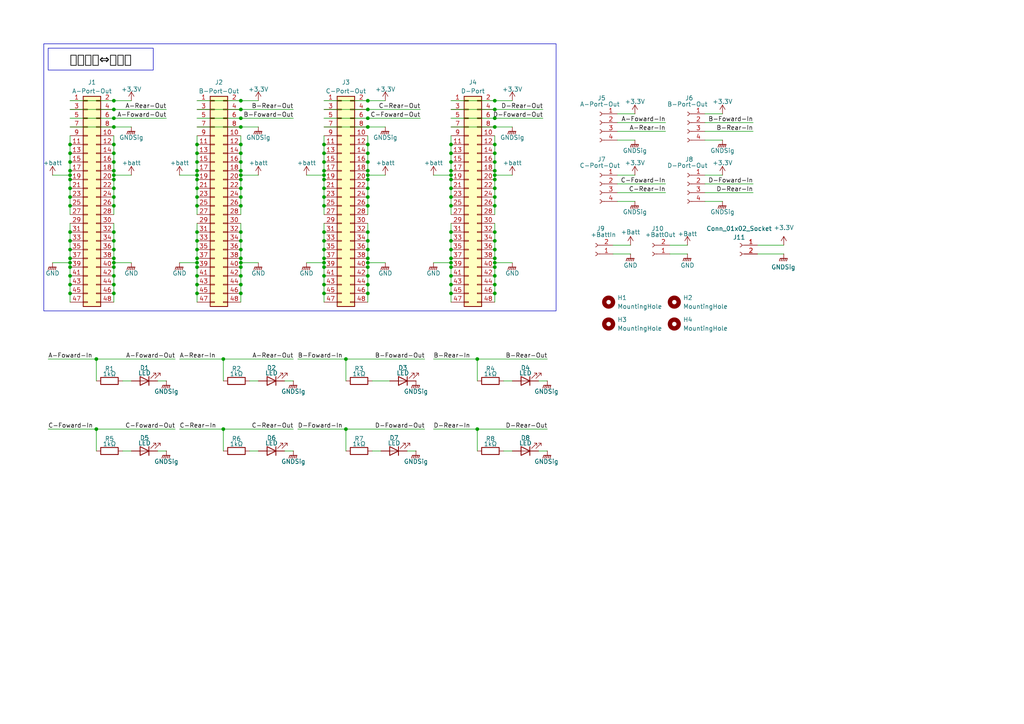
<source format=kicad_sch>
(kicad_sch (version 20231120) (generator "eeschema") (generator_version "8.0")
  (paper "A4")
  (lib_symbols
    (symbol "Connector:Conn_01x02_Socket" (pin_names (offset 1.016) hide)
      (property "Reference" "J" (at 0 2.54 0))
      (property "Value" "Conn_01x02_Socket" (at 0 -5.08 0))
      (symbol "Conn_01x02_Socket_1_1"
        (pin passive line (at -5.08 0 0) (length 3.81) (name "Pin_1") (number "1"))
        (pin passive line (at -5.08 -2.54 0) (length 3.81) (name "Pin_2") (number "2"))
      )
    )
    (symbol "Connector:Conn_01x04_Socket" (pin_names (offset 1.016) hide)
      (property "Reference" "J" (at 0 5.08 0))
      (property "Value" "Conn_01x04_Socket" (at 0 -7.62 0))
      (symbol "Conn_01x04_Socket_1_1"
        (pin passive line (at -5.08 2.54 0) (length 3.81) (name "Pin_1") (number "1"))
        (pin passive line (at -5.08 0 0) (length 3.81) (name "Pin_2") (number "2"))
        (pin passive line (at -5.08 -2.54 0) (length 3.81) (name "Pin_3") (number "3"))
        (pin passive line (at -5.08 -5.08 0) (length 3.81) (name "Pin_4") (number "4"))
      )
    )
    (symbol "Connector_Generic:Conn_02x24_Odd_Even" (pin_names (offset 1.016) hide)
      (property "Reference" "J" (at 1.27 30.48 0))
      (property "Value" "Conn_02x24_Odd_Even" (at 1.27 -33.02 0))
      (symbol "Conn_02x24_Odd_Even_1_1"
        (pin passive line (at -5.08 27.94 0) (length 3.81) (name "Pin_1") (number "1"))
        (pin passive line (at 7.62 17.78 180) (length 3.81) (name "Pin_10") (number "10"))
        (pin passive line (at -5.08 15.24 0) (length 3.81) (name "Pin_11") (number "11"))
        (pin passive line (at 7.62 15.24 180) (length 3.81) (name "Pin_12") (number "12"))
        (pin passive line (at -5.08 12.7 0) (length 3.81) (name "Pin_13") (number "13"))
        (pin passive line (at 7.62 12.7 180) (length 3.81) (name "Pin_14") (number "14"))
        (pin passive line (at -5.08 10.16 0) (length 3.81) (name "Pin_15") (number "15"))
        (pin passive line (at 7.62 10.16 180) (length 3.81) (name "Pin_16") (number "16"))
        (pin passive line (at -5.08 7.62 0) (length 3.81) (name "Pin_17") (number "17"))
        (pin passive line (at 7.62 7.62 180) (length 3.81) (name "Pin_18") (number "18"))
        (pin passive line (at -5.08 5.08 0) (length 3.81) (name "Pin_19") (number "19"))
        (pin passive line (at 7.62 27.94 180) (length 3.81) (name "Pin_2") (number "2"))
        (pin passive line (at 7.62 5.08 180) (length 3.81) (name "Pin_20") (number "20"))
        (pin passive line (at -5.08 2.54 0) (length 3.81) (name "Pin_21") (number "21"))
        (pin passive line (at 7.62 2.54 180) (length 3.81) (name "Pin_22") (number "22"))
        (pin passive line (at -5.08 0 0) (length 3.81) (name "Pin_23") (number "23"))
        (pin passive line (at 7.62 0 180) (length 3.81) (name "Pin_24") (number "24"))
        (pin passive line (at -5.08 -2.54 0) (length 3.81) (name "Pin_25") (number "25"))
        (pin passive line (at 7.62 -2.54 180) (length 3.81) (name "Pin_26") (number "26"))
        (pin passive line (at -5.08 -5.08 0) (length 3.81) (name "Pin_27") (number "27"))
        (pin passive line (at 7.62 -5.08 180) (length 3.81) (name "Pin_28") (number "28"))
        (pin passive line (at -5.08 -7.62 0) (length 3.81) (name "Pin_29") (number "29"))
        (pin passive line (at -5.08 25.4 0) (length 3.81) (name "Pin_3") (number "3"))
        (pin passive line (at 7.62 -7.62 180) (length 3.81) (name "Pin_30") (number "30"))
        (pin passive line (at -5.08 -10.16 0) (length 3.81) (name "Pin_31") (number "31"))
        (pin passive line (at 7.62 -10.16 180) (length 3.81) (name "Pin_32") (number "32"))
        (pin passive line (at -5.08 -12.7 0) (length 3.81) (name "Pin_33") (number "33"))
        (pin passive line (at 7.62 -12.7 180) (length 3.81) (name "Pin_34") (number "34"))
        (pin passive line (at -5.08 -15.24 0) (length 3.81) (name "Pin_35") (number "35"))
        (pin passive line (at 7.62 -15.24 180) (length 3.81) (name "Pin_36") (number "36"))
        (pin passive line (at -5.08 -17.78 0) (length 3.81) (name "Pin_37") (number "37"))
        (pin passive line (at 7.62 -17.78 180) (length 3.81) (name "Pin_38") (number "38"))
        (pin passive line (at -5.08 -20.32 0) (length 3.81) (name "Pin_39") (number "39"))
        (pin passive line (at 7.62 25.4 180) (length 3.81) (name "Pin_4") (number "4"))
        (pin passive line (at 7.62 -20.32 180) (length 3.81) (name "Pin_40") (number "40"))
        (pin passive line (at -5.08 -22.86 0) (length 3.81) (name "Pin_41") (number "41"))
        (pin passive line (at 7.62 -22.86 180) (length 3.81) (name "Pin_42") (number "42"))
        (pin passive line (at -5.08 -25.4 0) (length 3.81) (name "Pin_43") (number "43"))
        (pin passive line (at 7.62 -25.4 180) (length 3.81) (name "Pin_44") (number "44"))
        (pin passive line (at -5.08 -27.94 0) (length 3.81) (name "Pin_45") (number "45"))
        (pin passive line (at 7.62 -27.94 180) (length 3.81) (name "Pin_46") (number "46"))
        (pin passive line (at -5.08 -30.48 0) (length 3.81) (name "Pin_47") (number "47"))
        (pin passive line (at 7.62 -30.48 180) (length 3.81) (name "Pin_48") (number "48"))
        (pin passive line (at -5.08 22.86 0) (length 3.81) (name "Pin_5") (number "5"))
        (pin passive line (at 7.62 22.86 180) (length 3.81) (name "Pin_6") (number "6"))
        (pin passive line (at -5.08 20.32 0) (length 3.81) (name "Pin_7") (number "7"))
        (pin passive line (at 7.62 20.32 180) (length 3.81) (name "Pin_8") (number "8"))
        (pin passive line (at -5.08 17.78 0) (length 3.81) (name "Pin_9") (number "9"))
      )
    )
    (symbol "Device:LED" (pin_numbers hide) (pin_names (offset 1.016) hide)
      (property "Reference" "D" (at 0 2.54 0))
      (property "Value" "LED" (at 0 -2.54 0))
      (symbol "LED_1_1"
        (pin passive line (at -3.81 0 0) (length 2.54) (name "K") (number "1"))
        (pin passive line (at 3.81 0 180) (length 2.54) (name "A") (number "2"))
      )
    )
    (symbol "Device:R" (pin_numbers hide) (pin_names (offset 0))
      (property "Reference" "R" (at 2.032 0 90))
      (property "Value" "R" (at 0 0 90))
      (symbol "R_1_1"
        (pin passive line (at 0 3.81 270) (length 1.27) (name "~") (number "1"))
        (pin passive line (at 0 -3.81 90) (length 1.27) (name "~") (number "2"))
      )
    )
    (symbol "Mechanical:MountingHole" (pin_names (offset 1.016)) (exclude_from_sim yes) (in_bom no)
      (property "Reference" "H" (at 0 5.08 0))
      (property "Value" "MountingHole" (at 0 3.175 0))
    )
    (symbol "power:+3.3V" (power) (pin_numbers hide) (pin_names (offset 0) hide)
      (property "Value" "+3.3V" (at 0 3.556 0))
      (symbol "+3.3V_1_1"
        (pin power_in line (at 0 0 90) (length 0) (name "~") (number "1"))
      )
    )
    (symbol "power:GNDPWR" (power) (pin_numbers hide) (pin_names (offset 0) hide)
      (property "Value" "GNDPWR" (at 0 -3.302 0))
      (symbol "GNDPWR_1_1"
        (pin power_in line (at 0 0 270) (length 0) (name "~") (number "1"))
      )
    )
    (symbol "power:VCC" (power) (pin_numbers hide) (pin_names (offset 0) hide)
      (property "Value" "VCC" (at 0 3.556 0))
      (symbol "VCC_1_1"
        (pin power_in line (at 0 0 90) (length 0) (name "~") (number "1"))
      )
    )
  )
  (junction (at 93.98 46.99))
  (junction (at 143.51 46.99))
  (junction (at 33.02 82.55))
  (junction (at 143.51 76.2))
  (junction (at 130.81 80.01))
  (junction (at 130.81 69.85))
  (junction (at 143.51 80.01))
  (junction (at 69.85 76.2))
  (junction (at 57.15 41.91))
  (junction (at 93.98 80.01))
  (junction (at 143.51 77.47))
  (junction (at 143.51 50.8))
  (junction (at 130.81 67.31))
  (junction (at 20.32 46.99))
  (junction (at 69.85 36.83))
  (junction (at 106.68 67.31))
  (junction (at 130.81 41.91))
  (junction (at 69.85 29.21))
  (junction (at 106.68 29.21))
  (junction (at 33.02 46.99))
  (junction (at 138.43 124.46))
  (junction (at 106.68 82.55))
  (junction (at 138.43 104.14))
  (junction (at 143.51 59.69))
  (junction (at 106.68 41.91))
  (junction (at 69.85 85.09))
  (junction (at 93.98 72.39))
  (junction (at 93.98 76.2))
  (junction (at 106.68 85.09))
  (junction (at 69.85 54.61))
  (junction (at 93.98 54.61))
  (junction (at 106.68 80.01))
  (junction (at 106.68 72.39))
  (junction (at 33.02 49.53))
  (junction (at 130.81 72.39))
  (junction (at 33.02 50.8))
  (junction (at 20.32 67.31))
  (junction (at 93.98 50.8))
  (junction (at 143.51 69.85))
  (junction (at 20.32 76.2))
  (junction (at 143.51 41.91))
  (junction (at 64.77 124.46))
  (junction (at 69.85 52.07))
  (junction (at 130.81 46.99))
  (junction (at 33.02 85.09))
  (junction (at 143.51 44.45))
  (junction (at 143.51 67.31))
  (junction (at 69.85 34.29))
  (junction (at 143.51 85.09))
  (junction (at 20.32 49.53))
  (junction (at 20.32 80.01))
  (junction (at 20.32 82.55))
  (junction (at 20.32 52.07))
  (junction (at 106.68 74.93))
  (junction (at 33.02 34.29))
  (junction (at 143.51 82.55))
  (junction (at 20.32 50.8))
  (junction (at 20.32 74.93))
  (junction (at 57.15 59.69))
  (junction (at 20.32 44.45))
  (junction (at 33.02 76.2))
  (junction (at 143.51 31.75))
  (junction (at 57.15 46.99))
  (junction (at 130.81 85.09))
  (junction (at 20.32 54.61))
  (junction (at 69.85 82.55))
  (junction (at 57.15 82.55))
  (junction (at 143.51 57.15))
  (junction (at 93.98 44.45))
  (junction (at 33.02 59.69))
  (junction (at 106.68 46.99))
  (junction (at 57.15 44.45))
  (junction (at 143.51 54.61))
  (junction (at 106.68 34.29))
  (junction (at 27.94 124.46))
  (junction (at 33.02 29.21))
  (junction (at 33.02 41.91))
  (junction (at 27.94 104.14))
  (junction (at 130.81 74.93))
  (junction (at 33.02 80.01))
  (junction (at 100.33 104.14))
  (junction (at 106.68 69.85))
  (junction (at 143.51 74.93))
  (junction (at 33.02 72.39))
  (junction (at 130.81 50.8))
  (junction (at 20.32 72.39))
  (junction (at 143.51 34.29))
  (junction (at 57.15 54.61))
  (junction (at 57.15 69.85))
  (junction (at 106.68 31.75))
  (junction (at 20.32 41.91))
  (junction (at 93.98 85.09))
  (junction (at 33.02 54.61))
  (junction (at 33.02 36.83))
  (junction (at 106.68 49.53))
  (junction (at 57.15 49.53))
  (junction (at 69.85 59.69))
  (junction (at 57.15 77.47))
  (junction (at 57.15 76.2))
  (junction (at 106.68 54.61))
  (junction (at 93.98 57.15))
  (junction (at 93.98 82.55))
  (junction (at 130.81 59.69))
  (junction (at 143.51 72.39))
  (junction (at 106.68 76.2))
  (junction (at 130.81 57.15))
  (junction (at 130.81 77.47))
  (junction (at 106.68 52.07))
  (junction (at 106.68 36.83))
  (junction (at 130.81 44.45))
  (junction (at 69.85 77.47))
  (junction (at 57.15 80.01))
  (junction (at 93.98 67.31))
  (junction (at 93.98 77.47))
  (junction (at 69.85 72.39))
  (junction (at 69.85 80.01))
  (junction (at 57.15 57.15))
  (junction (at 143.51 29.21))
  (junction (at 106.68 59.69))
  (junction (at 20.32 69.85))
  (junction (at 69.85 74.93))
  (junction (at 69.85 69.85))
  (junction (at 57.15 85.09))
  (junction (at 57.15 67.31))
  (junction (at 33.02 44.45))
  (junction (at 20.32 77.47))
  (junction (at 106.68 57.15))
  (junction (at 20.32 57.15))
  (junction (at 69.85 67.31))
  (junction (at 69.85 46.99))
  (junction (at 33.02 74.93))
  (junction (at 69.85 49.53))
  (junction (at 57.15 50.8))
  (junction (at 20.32 85.09))
  (junction (at 106.68 77.47))
  (junction (at 69.85 44.45))
  (junction (at 93.98 49.53))
  (junction (at 69.85 41.91))
  (junction (at 33.02 57.15))
  (junction (at 106.68 44.45))
  (junction (at 33.02 77.47))
  (junction (at 93.98 59.69))
  (junction (at 69.85 57.15))
  (junction (at 143.51 36.83))
  (junction (at 33.02 67.31))
  (junction (at 100.33 124.46))
  (junction (at 93.98 41.91))
  (junction (at 69.85 50.8))
  (junction (at 33.02 52.07))
  (junction (at 130.81 52.07))
  (junction (at 33.02 69.85))
  (junction (at 57.15 72.39))
  (junction (at 143.51 52.07))
  (junction (at 130.81 76.2))
  (junction (at 57.15 52.07))
  (junction (at 130.81 54.61))
  (junction (at 130.81 82.55))
  (junction (at 106.68 50.8))
  (junction (at 20.32 59.69))
  (junction (at 64.77 104.14))
  (junction (at 130.81 49.53))
  (junction (at 93.98 69.85))
  (junction (at 143.51 49.53))
  (junction (at 93.98 52.07))
  (junction (at 93.98 74.93))
  (junction (at 57.15 74.93))
  (junction (at 69.85 31.75))
  (junction (at 33.02 31.75))
  (wire (pts (xy 143.51 74.93) (xy 143.51 76.2)))
  (wire (pts (xy 35.56 130.81) (xy 38.1 130.81)))
  (wire (pts (xy 93.98 31.75) (xy 106.68 31.75)))
  (wire (pts (xy 106.68 34.29) (xy 121.92 34.29)))
  (wire (pts (xy 130.81 74.93) (xy 130.81 76.2)))
  (wire (pts (xy 106.68 80.01) (xy 106.68 82.55)))
  (wire (pts (xy 143.51 34.29) (xy 157.48 34.29)))
  (wire (pts (xy 146.05 130.81) (xy 148.59 130.81)))
  (wire (pts (xy 57.15 52.07) (xy 57.15 54.61)))
  (wire (pts (xy 179.07 38.1) (xy 193.04 38.1)))
  (wire (pts (xy 20.32 76.2) (xy 20.32 77.47)))
  (wire (pts (xy 57.15 50.8) (xy 57.15 52.07)))
  (wire (pts (xy 52.07 124.46) (xy 64.77 124.46)))
  (wire (pts (xy 106.68 36.83) (xy 111.76 36.83)))
  (wire (pts (xy 33.02 57.15) (xy 33.02 59.69)))
  (wire (pts (xy 20.32 82.55) (xy 20.32 85.09)))
  (wire (pts (xy 33.02 64.77) (xy 33.02 67.31)))
  (wire (pts (xy 20.32 34.29) (xy 33.02 34.29)))
  (wire (pts (xy 33.02 34.29) (xy 48.26 34.29)))
  (wire (pts (xy 100.33 124.46) (xy 123.19 124.46)))
  (wire (pts (xy 20.32 31.75) (xy 33.02 31.75)))
  (wire (pts (xy 69.85 57.15) (xy 69.85 59.69)))
  (wire (pts (xy 33.02 29.21) (xy 38.1 29.21)))
  (wire (pts (xy 143.51 46.99) (xy 143.51 49.53)))
  (wire (pts (xy 179.07 40.64) (xy 184.15 40.64)))
  (wire (pts (xy 33.02 49.53) (xy 33.02 50.8)))
  (wire (pts (xy 156.21 110.49) (xy 158.75 110.49)))
  (wire (pts (xy 204.47 35.56) (xy 218.44 35.56)))
  (wire (pts (xy 204.47 33.02) (xy 209.55 33.02)))
  (wire (pts (xy 33.02 59.69) (xy 33.02 62.23)))
  (wire (pts (xy 130.81 64.77) (xy 130.81 67.31)))
  (wire (pts (xy 143.51 64.77) (xy 143.51 67.31)))
  (wire (pts (xy 69.85 54.61) (xy 69.85 57.15)))
  (wire (pts (xy 143.51 50.8) (xy 143.51 52.07)))
  (wire (pts (xy 130.81 31.75) (xy 143.51 31.75)))
  (wire (pts (xy 20.32 72.39) (xy 20.32 74.93)))
  (wire (pts (xy 57.15 31.75) (xy 69.85 31.75)))
  (wire (pts (xy 20.32 85.09) (xy 20.32 87.63)))
  (wire (pts (xy 57.15 46.99) (xy 57.15 49.53)))
  (wire (pts (xy 20.32 39.37) (xy 20.32 41.91)))
  (wire (pts (xy 69.85 59.69) (xy 69.85 62.23)))
  (wire (pts (xy 93.98 50.8) (xy 88.9 50.8)))
  (wire (pts (xy 93.98 69.85) (xy 93.98 72.39)))
  (wire (pts (xy 138.43 124.46) (xy 138.43 130.81)))
  (wire (pts (xy 143.51 54.61) (xy 143.51 57.15)))
  (wire (pts (xy 204.47 38.1) (xy 218.44 38.1)))
  (wire (pts (xy 57.15 82.55) (xy 57.15 85.09)))
  (wire (pts (xy 57.15 64.77) (xy 57.15 67.31)))
  (wire (pts (xy 20.32 49.53) (xy 20.32 50.8)))
  (wire (pts (xy 143.51 76.2) (xy 148.59 76.2)))
  (wire (pts (xy 138.43 104.14) (xy 138.43 110.49)))
  (wire (pts (xy 93.98 29.21) (xy 106.68 29.21)))
  (wire (pts (xy 69.85 82.55) (xy 69.85 85.09)))
  (wire (pts (xy 179.07 35.56) (xy 193.04 35.56)))
  (wire (pts (xy 13.97 124.46) (xy 27.94 124.46)))
  (wire (pts (xy 93.98 76.2) (xy 88.9 76.2)))
  (wire (pts (xy 33.02 69.85) (xy 33.02 72.39)))
  (wire (pts (xy 20.32 74.93) (xy 20.32 76.2)))
  (wire (pts (xy 130.81 46.99) (xy 130.81 49.53)))
  (wire (pts (xy 125.73 50.8) (xy 130.81 50.8)))
  (wire (pts (xy 143.51 59.69) (xy 143.51 62.23)))
  (wire (pts (xy 69.85 50.8) (xy 69.85 52.07)))
  (wire (pts (xy 33.02 77.47) (xy 33.02 80.01)))
  (wire (pts (xy 130.81 34.29) (xy 143.51 34.29)))
  (wire (pts (xy 27.94 104.14) (xy 50.8 104.14)))
  (wire (pts (xy 57.15 69.85) (xy 57.15 72.39)))
  (wire (pts (xy 33.02 50.8) (xy 38.1 50.8)))
  (wire (pts (xy 20.32 80.01) (xy 20.32 82.55)))
  (wire (pts (xy 69.85 50.8) (xy 74.93 50.8)))
  (wire (pts (xy 69.85 41.91) (xy 69.85 44.45)))
  (wire (pts (xy 57.15 36.83) (xy 69.85 36.83)))
  (wire (pts (xy 106.68 46.99) (xy 106.68 49.53)))
  (wire (pts (xy 93.98 50.8) (xy 93.98 52.07)))
  (wire (pts (xy 138.43 104.14) (xy 158.75 104.14)))
  (wire (pts (xy 57.15 49.53) (xy 57.15 50.8)))
  (wire (pts (xy 143.51 29.21) (xy 148.59 29.21)))
  (wire (pts (xy 106.68 49.53) (xy 106.68 50.8)))
  (wire (pts (xy 143.51 77.47) (xy 143.51 80.01)))
  (wire (pts (xy 93.98 41.91) (xy 93.98 44.45)))
  (wire (pts (xy 45.72 130.81) (xy 48.26 130.81)))
  (wire (pts (xy 20.32 67.31) (xy 20.32 69.85)))
  (wire (pts (xy 20.32 76.2) (xy 15.24 76.2)))
  (wire (pts (xy 204.47 55.88) (xy 218.44 55.88)))
  (wire (pts (xy 20.32 52.07) (xy 20.32 54.61)))
  (wire (pts (xy 72.39 130.81) (xy 74.93 130.81)))
  (wire (pts (xy 143.51 49.53) (xy 143.51 50.8)))
  (wire (pts (xy 69.85 69.85) (xy 69.85 72.39)))
  (wire (pts (xy 130.81 77.47) (xy 130.81 80.01)))
  (wire (pts (xy 57.15 85.09) (xy 57.15 87.63)))
  (wire (pts (xy 130.81 76.2) (xy 125.73 76.2)))
  (wire (pts (xy 20.32 50.8) (xy 15.24 50.8)))
  (wire (pts (xy 106.68 85.09) (xy 106.68 87.63)))
  (wire (pts (xy 57.15 54.61) (xy 57.15 57.15)))
  (wire (pts (xy 143.51 41.91) (xy 143.51 44.45)))
  (wire (pts (xy 45.72 110.49) (xy 48.26 110.49)))
  (wire (pts (xy 57.15 72.39) (xy 57.15 74.93)))
  (wire (pts (xy 93.98 57.15) (xy 93.98 59.69)))
  (wire (pts (xy 219.71 73.66) (xy 227.33 73.66)))
  (wire (pts (xy 106.68 31.75) (xy 121.92 31.75)))
  (wire (pts (xy 179.07 55.88) (xy 193.04 55.88)))
  (wire (pts (xy 64.77 124.46) (xy 64.77 130.81)))
  (wire (pts (xy 69.85 39.37) (xy 69.85 41.91)))
  (wire (pts (xy 69.85 76.2) (xy 74.93 76.2)))
  (wire (pts (xy 93.98 85.09) (xy 93.98 87.63)))
  (wire (pts (xy 93.98 80.01) (xy 93.98 82.55)))
  (wire (pts (xy 69.85 77.47) (xy 69.85 80.01)))
  (wire (pts (xy 100.33 124.46) (xy 100.33 130.81)))
  (wire (pts (xy 93.98 67.31) (xy 93.98 69.85)))
  (wire (pts (xy 33.02 82.55) (xy 33.02 85.09)))
  (wire (pts (xy 69.85 80.01) (xy 69.85 82.55)))
  (wire (pts (xy 20.32 54.61) (xy 20.32 57.15)))
  (wire (pts (xy 93.98 64.77) (xy 93.98 67.31)))
  (wire (pts (xy 33.02 85.09) (xy 33.02 87.63)))
  (wire (pts (xy 204.47 50.8) (xy 209.55 50.8)))
  (wire (pts (xy 27.94 104.14) (xy 27.94 110.49)))
  (wire (pts (xy 177.8 71.12) (xy 182.88 71.12)))
  (wire (pts (xy 143.51 82.55) (xy 143.51 85.09)))
  (wire (pts (xy 33.02 31.75) (xy 48.26 31.75)))
  (wire (pts (xy 93.98 74.93) (xy 93.98 76.2)))
  (wire (pts (xy 93.98 44.45) (xy 93.98 46.99)))
  (wire (pts (xy 20.32 44.45) (xy 20.32 46.99)))
  (wire (pts (xy 138.43 124.46) (xy 158.75 124.46)))
  (wire (pts (xy 69.85 74.93) (xy 69.85 76.2)))
  (wire (pts (xy 106.68 52.07) (xy 106.68 54.61)))
  (wire (pts (xy 106.68 54.61) (xy 106.68 57.15)))
  (wire (pts (xy 130.81 41.91) (xy 130.81 44.45)))
  (wire (pts (xy 143.51 44.45) (xy 143.51 46.99)))
  (wire (pts (xy 130.81 57.15) (xy 130.81 59.69)))
  (wire (pts (xy 204.47 58.42) (xy 209.55 58.42)))
  (wire (pts (xy 69.85 85.09) (xy 69.85 87.63)))
  (wire (pts (xy 35.56 110.49) (xy 38.1 110.49)))
  (wire (pts (xy 106.68 41.91) (xy 106.68 44.45)))
  (wire (pts (xy 156.21 130.81) (xy 158.75 130.81)))
  (wire (pts (xy 106.68 77.47) (xy 106.68 80.01)))
  (wire (pts (xy 143.51 69.85) (xy 143.51 72.39)))
  (wire (pts (xy 204.47 53.34) (xy 218.44 53.34)))
  (wire (pts (xy 106.68 69.85) (xy 106.68 72.39)))
  (wire (pts (xy 143.51 72.39) (xy 143.51 74.93)))
  (wire (pts (xy 20.32 36.83) (xy 33.02 36.83)))
  (wire (pts (xy 219.71 71.12) (xy 227.33 71.12)))
  (wire (pts (xy 130.81 29.21) (xy 143.51 29.21)))
  (wire (pts (xy 204.47 40.64) (xy 209.55 40.64)))
  (wire (pts (xy 100.33 104.14) (xy 123.19 104.14)))
  (wire (pts (xy 57.15 80.01) (xy 57.15 82.55)))
  (wire (pts (xy 130.81 49.53) (xy 130.81 50.8)))
  (wire (pts (xy 86.36 124.46) (xy 100.33 124.46)))
  (wire (pts (xy 143.51 67.31) (xy 143.51 69.85)))
  (wire (pts (xy 177.8 73.66) (xy 182.88 73.66)))
  (wire (pts (xy 33.02 54.61) (xy 33.02 57.15)))
  (wire (pts (xy 106.68 50.8) (xy 106.68 52.07)))
  (wire (pts (xy 13.97 104.14) (xy 27.94 104.14)))
  (wire (pts (xy 130.81 80.01) (xy 130.81 82.55)))
  (wire (pts (xy 194.31 71.12) (xy 199.39 71.12)))
  (wire (pts (xy 33.02 67.31) (xy 33.02 69.85)))
  (wire (pts (xy 107.95 130.81) (xy 110.49 130.81)))
  (wire (pts (xy 93.98 54.61) (xy 93.98 57.15)))
  (wire (pts (xy 33.02 50.8) (xy 33.02 52.07)))
  (wire (pts (xy 194.31 73.66) (xy 199.39 73.66)))
  (wire (pts (xy 57.15 59.69) (xy 57.15 62.23)))
  (wire (pts (xy 106.68 29.21) (xy 111.76 29.21)))
  (wire (pts (xy 118.11 130.81) (xy 120.65 130.81)))
  (wire (pts (xy 20.32 57.15) (xy 20.32 59.69)))
  (wire (pts (xy 33.02 76.2) (xy 33.02 77.47)))
  (wire (pts (xy 33.02 74.93) (xy 33.02 76.2)))
  (wire (pts (xy 179.07 58.42) (xy 184.15 58.42)))
  (wire (pts (xy 106.68 39.37) (xy 106.68 41.91)))
  (wire (pts (xy 69.85 52.07) (xy 69.85 54.61)))
  (wire (pts (xy 69.85 29.21) (xy 74.93 29.21)))
  (wire (pts (xy 130.81 59.69) (xy 130.81 62.23)))
  (wire (pts (xy 82.55 110.49) (xy 85.09 110.49)))
  (wire (pts (xy 20.32 77.47) (xy 20.32 80.01)))
  (wire (pts (xy 82.55 130.81) (xy 85.09 130.81)))
  (wire (pts (xy 20.32 64.77) (xy 20.32 67.31)))
  (wire (pts (xy 143.51 57.15) (xy 143.51 59.69)))
  (wire (pts (xy 33.02 46.99) (xy 33.02 49.53)))
  (wire (pts (xy 20.32 29.21) (xy 33.02 29.21)))
  (wire (pts (xy 57.15 50.8) (xy 52.07 50.8)))
  (wire (pts (xy 106.68 67.31) (xy 106.68 69.85)))
  (wire (pts (xy 93.98 49.53) (xy 93.98 50.8)))
  (wire (pts (xy 57.15 77.47) (xy 57.15 80.01)))
  (wire (pts (xy 33.02 80.01) (xy 33.02 82.55)))
  (wire (pts (xy 179.07 33.02) (xy 184.15 33.02)))
  (wire (pts (xy 130.81 72.39) (xy 130.81 74.93)))
  (wire (pts (xy 57.15 39.37) (xy 57.15 41.91)))
  (wire (pts (xy 143.51 76.2) (xy 143.51 77.47)))
  (wire (pts (xy 52.07 104.14) (xy 64.77 104.14)))
  (wire (pts (xy 69.85 76.2) (xy 69.85 77.47)))
  (wire (pts (xy 93.98 36.83) (xy 106.68 36.83)))
  (wire (pts (xy 106.68 64.77) (xy 106.68 67.31)))
  (wire (pts (xy 72.39 110.49) (xy 74.93 110.49)))
  (wire (pts (xy 106.68 59.69) (xy 106.68 62.23)))
  (wire (pts (xy 100.33 104.14) (xy 100.33 110.49)))
  (wire (pts (xy 33.02 36.83) (xy 38.1 36.83)))
  (wire (pts (xy 130.81 36.83) (xy 143.51 36.83)))
  (wire (pts (xy 64.77 104.14) (xy 85.09 104.14)))
  (wire (pts (xy 27.94 124.46) (xy 27.94 130.81)))
  (wire (pts (xy 33.02 39.37) (xy 33.02 41.91)))
  (wire (pts (xy 93.98 46.99) (xy 93.98 49.53)))
  (wire (pts (xy 93.98 72.39) (xy 93.98 74.93)))
  (wire (pts (xy 57.15 44.45) (xy 57.15 46.99)))
  (wire (pts (xy 57.15 67.31) (xy 57.15 69.85)))
  (wire (pts (xy 69.85 31.75) (xy 85.09 31.75)))
  (wire (pts (xy 93.98 34.29) (xy 106.68 34.29)))
  (wire (pts (xy 69.85 46.99) (xy 69.85 49.53)))
  (wire (pts (xy 106.68 50.8) (xy 111.76 50.8)))
  (wire (pts (xy 69.85 64.77) (xy 69.85 67.31)))
  (wire (pts (xy 179.07 53.34) (xy 193.04 53.34)))
  (wire (pts (xy 57.15 57.15) (xy 57.15 59.69)))
  (wire (pts (xy 130.81 76.2) (xy 130.81 77.47)))
  (wire (pts (xy 20.32 46.99) (xy 20.32 49.53)))
  (wire (pts (xy 106.68 72.39) (xy 106.68 74.93)))
  (wire (pts (xy 130.81 54.61) (xy 130.81 57.15)))
  (wire (pts (xy 93.98 39.37) (xy 93.98 41.91)))
  (wire (pts (xy 57.15 29.21) (xy 69.85 29.21)))
  (wire (pts (xy 69.85 49.53) (xy 69.85 50.8)))
  (wire (pts (xy 143.51 85.09) (xy 143.51 87.63)))
  (wire (pts (xy 69.85 44.45) (xy 69.85 46.99)))
  (wire (pts (xy 106.68 82.55) (xy 106.68 85.09)))
  (wire (pts (xy 130.81 69.85) (xy 130.81 72.39)))
  (wire (pts (xy 130.81 50.8) (xy 130.81 52.07)))
  (wire (pts (xy 125.73 124.46) (xy 138.43 124.46)))
  (wire (pts (xy 64.77 124.46) (xy 85.09 124.46)))
  (wire (pts (xy 33.02 72.39) (xy 33.02 74.93)))
  (wire (pts (xy 130.81 82.55) (xy 130.81 85.09)))
  (wire (pts (xy 20.32 59.69) (xy 20.32 62.23)))
  (wire (pts (xy 130.81 85.09) (xy 130.81 87.63)))
  (wire (pts (xy 33.02 41.91) (xy 33.02 44.45)))
  (wire (pts (xy 125.73 104.14) (xy 138.43 104.14)))
  (wire (pts (xy 93.98 76.2) (xy 93.98 77.47)))
  (wire (pts (xy 57.15 74.93) (xy 57.15 76.2)))
  (wire (pts (xy 57.15 41.91) (xy 57.15 44.45)))
  (wire (pts (xy 130.81 67.31) (xy 130.81 69.85)))
  (wire (pts (xy 20.32 50.8) (xy 20.32 52.07)))
  (wire (pts (xy 107.95 110.49) (xy 113.03 110.49)))
  (wire (pts (xy 130.81 39.37) (xy 130.81 41.91)))
  (wire (pts (xy 20.32 69.85) (xy 20.32 72.39)))
  (wire (pts (xy 86.36 104.14) (xy 100.33 104.14)))
  (wire (pts (xy 93.98 52.07) (xy 93.98 54.61)))
  (wire (pts (xy 93.98 77.47) (xy 93.98 80.01)))
  (wire (pts (xy 57.15 76.2) (xy 52.07 76.2)))
  (wire (pts (xy 69.85 34.29) (xy 85.09 34.29)))
  (wire (pts (xy 33.02 76.2) (xy 38.1 76.2)))
  (wire (pts (xy 106.68 76.2) (xy 106.68 77.47)))
  (wire (pts (xy 143.51 80.01) (xy 143.51 82.55)))
  (wire (pts (xy 33.02 52.07) (xy 33.02 54.61)))
  (wire (pts (xy 130.81 44.45) (xy 130.81 46.99)))
  (wire (pts (xy 57.15 34.29) (xy 69.85 34.29)))
  (wire (pts (xy 106.68 44.45) (xy 106.68 46.99)))
  (wire (pts (xy 143.51 52.07) (xy 143.51 54.61)))
  (wire (pts (xy 64.77 104.14) (xy 64.77 110.49)))
  (wire (pts (xy 106.68 57.15) (xy 106.68 59.69)))
  (wire (pts (xy 143.51 31.75) (xy 157.48 31.75)))
  (wire (pts (xy 143.51 39.37) (xy 143.51 41.91)))
  (wire (pts (xy 20.32 41.91) (xy 20.32 44.45)))
  (wire (pts (xy 69.85 36.83) (xy 74.93 36.83)))
  (wire (pts (xy 69.85 67.31) (xy 69.85 69.85)))
  (wire (pts (xy 33.02 44.45) (xy 33.02 46.99)))
  (wire (pts (xy 106.68 76.2) (xy 111.76 76.2)))
  (wire (pts (xy 130.81 52.07) (xy 130.81 54.61)))
  (wire (pts (xy 57.15 76.2) (xy 57.15 77.47)))
  (wire (pts (xy 93.98 82.55) (xy 93.98 85.09)))
  (wire (pts (xy 143.51 50.8) (xy 148.59 50.8)))
  (wire (pts (xy 143.51 36.83) (xy 148.59 36.83)))
  (wire (pts (xy 27.94 124.46) (xy 50.8 124.46)))
  (wire (pts (xy 146.05 110.49) (xy 148.59 110.49)))
  (wire (pts (xy 93.98 59.69) (xy 93.98 62.23)))
  (wire (pts (xy 106.68 74.93) (xy 106.68 76.2)))
  (wire (pts (xy 69.85 72.39) (xy 69.85 74.93)))
  (wire (pts (xy 179.07 50.8) (xy 184.15 50.8)))
  (rectangle (start 12.7 12.7) (end 161.29 90.17))
  (text_box "モタドラ⇔マザー" (at 13.97 13.97 0) (size 30.48 6.35) (effects (font (size 2.54 2.54)) (justify top)))
  (label "D-Rear-Out" (at 157.48 31.75 180))
  (label "B-Rear-Out" (at 158.75 104.14 180))
  (label "B-Foward-In" (at 86.36 104.14 0))
  (label "C-Foward-In" (at 193.04 53.34 180))
  (label "A-Rear-In" (at 52.07 104.14 0))
  (label "A-Rear-Out" (at 85.09 104.14 180))
  (label "C-Rear-In" (at 52.07 124.46 0))
  (label "C-Foward-In" (at 13.97 124.46 0))
  (label "D-Foward-Out" (at 123.19 124.46 180))
  (label "B-Rear-Out" (at 85.09 31.75 180))
  (label "D-Foward-In" (at 218.44 53.34 180))
  (label "A-Rear-Out" (at 48.26 31.75 180))
  (label "C-Foward-Out" (at 50.8 124.46 180))
  (label "A-Rear-In" (at 193.04 38.1 180))
  (label "B-Rear-In" (at 218.44 38.1 180))
  (label "B-Foward-Out" (at 85.09 34.29 180))
  (label "D-Rear-In" (at 218.44 55.88 180))
  (label "D-Foward-In" (at 86.36 124.46 0))
  (label "B-Rear-In" (at 125.73 104.14 0))
  (label "C-Rear-In" (at 193.04 55.88 180))
  (label "D-Rear-In" (at 125.73 124.46 0))
  (label "D-Foward-Out" (at 157.48 34.29 180))
  (label "A-Foward-In" (at 193.04 35.56 180))
  (label "A-Foward-In" (at 13.97 104.14 0))
  (label "D-Rear-Out" (at 158.75 124.46 180))
  (label "A-Foward-Out" (at 50.8 104.14 180))
  (label "B-Foward-Out" (at 123.19 104.14 180))
  (label "C-Foward-Out" (at 121.92 34.29 180))
  (label "C-Rear-Out" (at 121.92 31.75 180))
  (label "C-Rear-Out" (at 85.09 124.46 180))
  (label "B-Foward-In" (at 218.44 35.56 180))
  (label "A-Foward-Out" (at 48.26 34.29 180))
  (symbol (lib_id "power:GNDPWR") (at 85.09 130.81 0) (unit 1)
    (property "Reference" "#PWR038" (effects (hide yes)))
    (property "Value" "GNDSig" (at 85.09 133.858 0))
    (property "Description" "Power symbol creates a global label with name \"GNDPWR\" , global ground" (effects (hide yes)))
  )
  (symbol (lib_id "power:VCC") (at 148.59 29.21 0) (unit 1)
    (property "Reference" "#PWR04" (effects (hide yes)))
    (property "Value" "+3.3V" (at 148.59 25.908 0))
    (property "Description" "Power symbol creates a global label with name \"VCC\"" (effects (hide yes)))
  )
  (symbol (lib_id "power:GNDPWR") (at 15.24 76.2 0) (unit 1)
    (property "Reference" "#PWR017" (effects (hide yes)))
    (property "Value" "GND" (at 15.24 79.248 0))
    (property "Description" "Power symbol creates a global label with name \"GNDPWR\" , global ground" (effects (hide yes)))
  )
  (symbol (lib_id "power:GNDPWR") (at 184.15 58.42 0) (unit 1)
    (property "Reference" "#PWR030" (effects (hide yes)))
    (property "Value" "GNDSig" (at 184.15 61.468 0))
    (property "Description" "Power symbol creates a global label with name \"GNDPWR\" , global ground" (effects (hide yes)))
  )
  (symbol (lib_id "Connector_Generic:Conn_02x24_Odd_Even") (at 135.89 57.15 0) (unit 1)
    (property "Reference" "J4" (at 137.16 23.876 0))
    (property "Value" "D-Port" (at 137.16 26.416 0))
    (property "Footprint" "Connector_PinHeader_2.54mm:PinHeader_2x24_P2.54mm_Vertical" (effects (hide yes)))
    (property "Description" "Generic connector, double row, 02x24, odd/even pin numbering scheme (row 1 odd numbers, row 2 even numbers), script generated (kicad-library-utils/schlib/autogen/connector/)" (effects (hide yes)))
  )
  (symbol (lib_id "power:VCC") (at 199.39 71.12 0) (unit 1)
    (property "Reference" "#PWR043" (effects (hide yes)))
    (property "Value" "+Batt" (at 199.39 67.818 0))
    (property "Description" "Power symbol creates a global label with name \"VCC\"" (effects (hide yes)))
  )
  (symbol (lib_id "Device:R") (at 68.58 110.49 90) (unit 1)
    (property "Reference" "R2" (at 68.58 106.934 90))
    (property "Value" "1kΩ" (at 68.58 108.458 90))
    (property "Footprint" "Resistor_SMD:R_0603_1608Metric" (effects (hide yes)))
    (property "Description" "Resistor" (effects (hide yes)))
  )
  (symbol (lib_id "power:VCC") (at 111.76 50.8 0) (unit 1)
    (property "Reference" "#PWR015" (effects (hide yes)))
    (property "Value" "+batt" (at 111.76 47.244 0))
    (property "Description" "Power symbol creates a global label with name \"VCC\"" (effects (hide yes)))
  )
  (symbol (lib_id "Device:LED") (at 114.3 130.81 180) (unit 1)
    (property "Reference" "D7" (at 114.3 127 0))
    (property "Value" "LED" (at 114.3 128.524 0))
    (property "Footprint" "LED_SMD:LED_0603_1608Metric" (effects (hide yes)))
    (property "Description" "Light emitting diode" (effects (hide yes)))
  )
  (symbol (lib_id "power:GNDPWR") (at 184.15 40.64 0) (unit 1)
    (property "Reference" "#PWR026" (effects (hide yes)))
    (property "Value" "GNDSig" (at 184.15 43.688 0))
    (property "Description" "Power symbol creates a global label with name \"GNDPWR\" , global ground" (effects (hide yes)))
  )
  (symbol (lib_id "Connector_Generic:Conn_02x24_Odd_Even") (at 62.23 57.15 0) (unit 1)
    (property "Reference" "J2" (at 63.5 23.876 0))
    (property "Value" "B-Port-Out" (at 63.5 26.416 0))
    (property "Footprint" "Connector_PinHeader_2.54mm:PinHeader_2x24_P2.54mm_Vertical" (effects (hide yes)))
    (property "Description" "Generic connector, double row, 02x24, odd/even pin numbering scheme (row 1 odd numbers, row 2 even numbers), script generated (kicad-library-utils/schlib/autogen/connector/)" (effects (hide yes)))
  )
  (symbol (lib_id "Device:LED") (at 116.84 110.49 180) (unit 1)
    (property "Reference" "D3" (at 116.84 106.68 0))
    (property "Value" "LED" (at 116.84 108.204 0))
    (property "Footprint" "LED_SMD:LED_0603_1608Metric" (effects (hide yes)))
    (property "Description" "Light emitting diode" (effects (hide yes)))
  )
  (symbol (lib_id "Device:R") (at 31.75 130.81 90) (unit 1)
    (property "Reference" "R5" (at 31.75 127.254 90))
    (property "Value" "1kΩ" (at 31.75 128.778 90))
    (property "Footprint" "Resistor_SMD:R_0603_1608Metric" (effects (hide yes)))
    (property "Description" "Resistor" (effects (hide yes)))
  )
  (symbol (lib_id "power:VCC") (at 52.07 50.8 0) (mirror y) (unit 1)
    (property "Reference" "#PWR010" (effects (hide yes)))
    (property "Value" "+batt" (at 52.07 47.244 0))
    (property "Description" "Power symbol creates a global label with name \"VCC\"" (effects (hide yes)))
  )
  (symbol (lib_id "power:VCC") (at 74.93 50.8 0) (unit 1)
    (property "Reference" "#PWR09" (effects (hide yes)))
    (property "Value" "+batt" (at 74.93 47.244 0))
    (property "Description" "Power symbol creates a global label with name \"VCC\"" (effects (hide yes)))
  )
  (symbol (lib_id "Device:R") (at 68.58 130.81 90) (unit 1)
    (property "Reference" "R6" (at 68.58 127.254 90))
    (property "Value" "1kΩ" (at 68.58 128.778 90))
    (property "Footprint" "Resistor_SMD:R_0603_1608Metric" (effects (hide yes)))
    (property "Description" "Resistor" (effects (hide yes)))
  )
  (symbol (lib_id "Device:LED") (at 41.91 130.81 180) (unit 1)
    (property "Reference" "D5" (at 41.91 127 0))
    (property "Value" "LED" (at 41.91 128.524 0))
    (property "Footprint" "LED_SMD:LED_0603_1608Metric" (effects (hide yes)))
    (property "Description" "Light emitting diode" (effects (hide yes)))
  )
  (symbol (lib_id "power:GNDPWR") (at 120.65 130.81 0) (unit 1)
    (property "Reference" "#PWR039" (effects (hide yes)))
    (property "Value" "GNDSig" (at 120.65 133.858 0))
    (property "Description" "Power symbol creates a global label with name \"GNDPWR\" , global ground" (effects (hide yes)))
  )
  (symbol (lib_id "power:GNDPWR") (at 120.65 110.49 0) (unit 1)
    (property "Reference" "#PWR035" (effects (hide yes)))
    (property "Value" "GNDSig" (at 120.65 113.538 0))
    (property "Description" "Power symbol creates a global label with name \"GNDPWR\" , global ground" (effects (hide yes)))
  )
  (symbol (lib_id "power:GNDPWR") (at 85.09 110.49 0) (unit 1)
    (property "Reference" "#PWR034" (effects (hide yes)))
    (property "Value" "GNDSig" (at 85.09 113.538 0))
    (property "Description" "Power symbol creates a global label with name \"GNDPWR\" , global ground" (effects (hide yes)))
  )
  (symbol (lib_id "power:GNDPWR") (at 38.1 76.2 0) (unit 1)
    (property "Reference" "#PWR021" (effects (hide yes)))
    (property "Value" "GND" (at 38.1 79.248 0))
    (property "Description" "Power symbol creates a global label with name \"GNDPWR\" , global ground" (effects (hide yes)))
  )
  (symbol (lib_id "Mechanical:MountingHole") (at 195.58 93.98 0) (unit 1) (exclude_from_sim yes) (in_bom no)
    (property "Reference" "H4" (at 198.12 92.7099 0) (effects (justify left)))
    (property "Value" "MountingHole" (at 198.12 95.2499 0) (effects (justify left)))
    (property "Footprint" "MountingHole:MountingHole_3.2mm_M3_Pad_Via" (effects (hide yes)))
    (property "Description" "Mounting Hole without connection" (effects (hide yes)))
  )
  (symbol (lib_id "power:VCC") (at 74.93 29.21 0) (unit 1)
    (property "Reference" "#PWR02" (effects (hide yes)))
    (property "Value" "+3.3V" (at 74.93 25.908 0))
    (property "Description" "Power symbol creates a global label with name \"VCC\"" (effects (hide yes)))
  )
  (symbol (lib_id "Connector:Conn_01x02_Socket") (at 214.63 71.12 0) (mirror y) (unit 1)
    (property "Reference" "J11" (at 214.376 68.834 0))
    (property "Value" "Conn_01x02_Socket" (at 214.376 66.294 0))
    (property "Footprint" "Connector_JST:JST_XA_S02B-XASK-1_1x02_P2.50mm_Horizontal" (effects (hide yes)))
    (property "Description" "Generic connector, single row, 01x02, script generated" (effects (hide yes)))
  )
  (symbol (lib_id "power:GNDPWR") (at 148.59 36.83 0) (unit 1)
    (property "Reference" "#PWR08" (effects (hide yes)))
    (property "Value" "GNDSig" (at 148.59 39.878 0))
    (property "Description" "Power symbol creates a global label with name \"GNDPWR\" , global ground" (effects (hide yes)))
  )
  (symbol (lib_id "power:VCC") (at 88.9 50.8 0) (mirror y) (unit 1)
    (property "Reference" "#PWR012" (effects (hide yes)))
    (property "Value" "+batt" (at 88.9 47.244 0))
    (property "Description" "Power symbol creates a global label with name \"VCC\"" (effects (hide yes)))
  )
  (symbol (lib_id "Device:LED") (at 152.4 110.49 180) (unit 1)
    (property "Reference" "D4" (at 152.4 106.68 0))
    (property "Value" "LED" (at 152.4 108.204 0))
    (property "Footprint" "LED_SMD:LED_0603_1608Metric" (effects (hide yes)))
    (property "Description" "Light emitting diode" (effects (hide yes)))
  )
  (symbol (lib_id "Device:LED") (at 78.74 110.49 180) (unit 1)
    (property "Reference" "D2" (at 78.74 106.68 0))
    (property "Value" "LED" (at 78.74 108.204 0))
    (property "Footprint" "LED_SMD:LED_0603_1608Metric" (effects (hide yes)))
    (property "Description" "Light emitting diode" (effects (hide yes)))
  )
  (symbol (lib_id "Device:R") (at 104.14 110.49 90) (unit 1)
    (property "Reference" "R3" (at 104.14 106.934 90))
    (property "Value" "1kΩ" (at 104.14 108.458 90))
    (property "Footprint" "Resistor_SMD:R_0603_1608Metric" (effects (hide yes)))
    (property "Description" "Resistor" (effects (hide yes)))
  )
  (symbol (lib_id "Device:R") (at 31.75 110.49 90) (unit 1)
    (property "Reference" "R1" (at 31.75 106.934 90))
    (property "Value" "1kΩ" (at 31.75 108.458 90))
    (property "Footprint" "Resistor_SMD:R_0603_1608Metric" (effects (hide yes)))
    (property "Description" "Resistor" (effects (hide yes)))
  )
  (symbol (lib_id "Device:LED") (at 152.4 130.81 180) (unit 1)
    (property "Reference" "D8" (at 152.4 127 0))
    (property "Value" "LED" (at 152.4 128.524 0))
    (property "Footprint" "LED_SMD:LED_0603_1608Metric" (effects (hide yes)))
    (property "Description" "Light emitting diode" (effects (hide yes)))
  )
  (symbol (lib_id "Connector:Conn_01x04_Socket") (at 173.99 35.56 0) (mirror y) (unit 1)
    (property "Reference" "J5" (at 174.498 28.448 0))
    (property "Value" "A-Port-Out" (at 173.99 30.226 0))
    (property "Footprint" "Connector_JST:JST_XA_S04B-XASK-1_1x04_P2.50mm_Horizontal" (effects (hide yes)))
    (property "Description" "Generic connector, single row, 01x04, script generated" (effects (hide yes)))
  )
  (symbol (lib_id "power:GNDPWR") (at 209.55 40.64 0) (unit 1)
    (property "Reference" "#PWR028" (effects (hide yes)))
    (property "Value" "GNDSig" (at 209.55 43.688 0))
    (property "Description" "Power symbol creates a global label with name \"GNDPWR\" , global ground" (effects (hide yes)))
  )
  (symbol (lib_id "Connector:Conn_01x04_Socket") (at 173.99 53.34 0) (mirror y) (unit 1)
    (property "Reference" "J7" (at 174.498 46.228 0))
    (property "Value" "C-Port-Out" (at 173.99 48.006 0))
    (property "Footprint" "Connector_JST:JST_XA_S04B-XASK-1_1x04_P2.50mm_Horizontal" (effects (hide yes)))
    (property "Description" "Generic connector, single row, 01x04, script generated" (effects (hide yes)))
  )
  (symbol (lib_id "power:GNDPWR") (at 182.88 73.66 0) (unit 1)
    (property "Reference" "#PWR042" (effects (hide yes)))
    (property "Value" "GND" (at 182.88 76.962 0))
    (property "Description" "Power symbol creates a global label with name \"GNDPWR\" , global ground" (effects (hide yes)))
  )
  (symbol (lib_id "power:GNDPWR") (at 227.33 73.66 0) (unit 1)
    (property "Reference" "#PWR046" (effects (hide yes)))
    (property "Value" "GNDSig" (at 227.203 77.47 0))
    (property "Description" "Power symbol creates a global label with name \"GNDPWR\" , global ground" (effects (hide yes)))
  )
  (symbol (lib_id "power:VCC") (at 209.55 50.8 0) (unit 1)
    (property "Reference" "#PWR031" (effects (hide yes)))
    (property "Value" "+3.3V" (at 209.55 47.244 0))
    (property "Description" "Power symbol creates a global label with name \"VCC\"" (effects (hide yes)))
  )
  (symbol (lib_id "Connector_Generic:Conn_02x24_Odd_Even") (at 99.06 57.15 0) (unit 1)
    (property "Reference" "J3" (at 100.33 23.876 0))
    (property "Value" "C-Port-Out" (at 100.33 26.416 0))
    (property "Footprint" "Connector_PinHeader_2.54mm:PinHeader_2x24_P2.54mm_Vertical" (effects (hide yes)))
    (property "Description" "Generic connector, double row, 02x24, odd/even pin numbering scheme (row 1 odd numbers, row 2 even numbers), script generated (kicad-library-utils/schlib/autogen/connector/)" (effects (hide yes)))
  )
  (symbol (lib_id "Connector:Conn_01x02_Socket") (at 189.23 73.66 180) (unit 1)
    (property "Reference" "J10" (at 190.754 66.294 0))
    (property "Value" "+BattOut" (at 191.516 68.072 0))
    (property "Description" "Generic connector, single row, 01x02, script generated" (effects (hide yes)))
  )
  (symbol (lib_id "Mechanical:MountingHole") (at 195.58 87.63 0) (unit 1) (exclude_from_sim yes) (in_bom no)
    (property "Reference" "H2" (at 198.12 86.3599 0) (effects (justify left)))
    (property "Value" "MountingHole" (at 198.12 88.8999 0) (effects (justify left)))
    (property "Footprint" "MountingHole:MountingHole_3.2mm_M3_Pad_Via" (effects (hide yes)))
    (property "Description" "Mounting Hole without connection" (effects (hide yes)))
  )
  (symbol (lib_id "power:GNDPWR") (at 48.26 130.81 0) (unit 1)
    (property "Reference" "#PWR037" (effects (hide yes)))
    (property "Value" "GNDSig" (at 48.26 133.858 0))
    (property "Description" "Power symbol creates a global label with name \"GNDPWR\" , global ground" (effects (hide yes)))
  )
  (symbol (lib_id "Mechanical:MountingHole") (at 176.53 87.63 0) (unit 1) (exclude_from_sim yes) (in_bom no)
    (property "Reference" "H1" (at 179.07 86.3599 0) (effects (justify left)))
    (property "Value" "MountingHole" (at 179.07 88.8999 0) (effects (justify left)))
    (property "Footprint" "MountingHole:MountingHole_3.2mm_M3_Pad_Via" (effects (hide yes)))
    (property "Description" "Mounting Hole without connection" (effects (hide yes)))
  )
  (symbol (lib_id "power:VCC") (at 184.15 33.02 0) (unit 1)
    (property "Reference" "#PWR025" (effects (hide yes)))
    (property "Value" "+3.3V" (at 184.15 29.464 0))
    (property "Description" "Power symbol creates a global label with name \"VCC\"" (effects (hide yes)))
  )
  (symbol (lib_id "power:VCC") (at 38.1 29.21 0) (unit 1)
    (property "Reference" "#PWR01" (effects (hide yes)))
    (property "Value" "+3.3V" (at 38.1 25.908 0))
    (property "Description" "Power symbol creates a global label with name \"VCC\"" (effects (hide yes)))
  )
  (symbol (lib_id "power:GNDPWR") (at 125.73 76.2 0) (unit 1)
    (property "Reference" "#PWR020" (effects (hide yes)))
    (property "Value" "GND" (at 125.73 79.248 0))
    (property "Description" "Power symbol creates a global label with name \"GNDPWR\" , global ground" (effects (hide yes)))
  )
  (symbol (lib_id "power:GNDPWR") (at 148.59 76.2 0) (unit 1)
    (property "Reference" "#PWR024" (effects (hide yes)))
    (property "Value" "GND" (at 148.59 79.248 0))
    (property "Description" "Power symbol creates a global label with name \"GNDPWR\" , global ground" (effects (hide yes)))
  )
  (symbol (lib_id "Connector:Conn_01x04_Socket") (at 199.39 35.56 0) (mirror y) (unit 1)
    (property "Reference" "J6" (at 199.898 28.448 0))
    (property "Value" "B-Port-Out" (at 199.39 30.226 0))
    (property "Footprint" "Connector_JST:JST_XA_S04B-XASK-1_1x04_P2.50mm_Horizontal" (effects (hide yes)))
    (property "Description" "Generic connector, single row, 01x04, script generated" (effects (hide yes)))
  )
  (symbol (lib_id "power:GNDPWR") (at 74.93 36.83 0) (unit 1)
    (property "Reference" "#PWR06" (effects (hide yes)))
    (property "Value" "GNDSig" (at 74.93 39.878 0))
    (property "Description" "Power symbol creates a global label with name \"GNDPWR\" , global ground" (effects (hide yes)))
  )
  (symbol (lib_id "Device:R") (at 104.14 130.81 90) (unit 1)
    (property "Reference" "R7" (at 104.14 127.254 90))
    (property "Value" "1kΩ" (at 104.14 128.778 90))
    (property "Footprint" "Resistor_SMD:R_0603_1608Metric" (effects (hide yes)))
    (property "Description" "Resistor" (effects (hide yes)))
  )
  (symbol (lib_id "Device:R") (at 142.24 130.81 90) (unit 1)
    (property "Reference" "R8" (at 142.24 127.254 90))
    (property "Value" "1kΩ" (at 142.24 128.778 90))
    (property "Footprint" "Resistor_SMD:R_0603_1608Metric" (effects (hide yes)))
    (property "Description" "Resistor" (effects (hide yes)))
  )
  (symbol (lib_id "power:+3.3V") (at 227.33 71.12 0) (unit 1)
    (property "Reference" "#PWR045" (effects (hide yes)))
    (property "Value" "+3.3V" (at 227.33 66.04 0))
    (property "Description" "Power symbol creates a global label with name \"+3.3V\"" (effects (hide yes)))
  )
  (symbol (lib_id "power:VCC") (at 15.24 50.8 0) (mirror y) (unit 1)
    (property "Reference" "#PWR011" (effects (hide yes)))
    (property "Value" "+batt" (at 15.24 47.244 0))
    (property "Description" "Power symbol creates a global label with name \"VCC\"" (effects (hide yes)))
  )
  (symbol (lib_id "Device:R") (at 142.24 110.49 90) (unit 1)
    (property "Reference" "R4" (at 142.24 106.934 90))
    (property "Value" "1kΩ" (at 142.24 108.458 90))
    (property "Footprint" "Resistor_SMD:R_0603_1608Metric" (effects (hide yes)))
    (property "Description" "Resistor" (effects (hide yes)))
  )
  (symbol (lib_id "Connector_Generic:Conn_02x24_Odd_Even") (at 25.4 57.15 0) (unit 1)
    (property "Reference" "J1" (at 26.67 23.876 0))
    (property "Value" "A-Port-Out" (at 26.67 26.416 0))
    (property "Footprint" "Connector_PinHeader_2.54mm:PinHeader_2x24_P2.54mm_Vertical" (effects (hide yes)))
    (property "Description" "Generic connector, double row, 02x24, odd/even pin numbering scheme (row 1 odd numbers, row 2 even numbers), script generated (kicad-library-utils/schlib/autogen/connector/)" (effects (hide yes)))
  )
  (symbol (lib_id "power:VCC") (at 184.15 50.8 0) (unit 1)
    (property "Reference" "#PWR029" (effects (hide yes)))
    (property "Value" "+3.3V" (at 184.15 47.244 0))
    (property "Description" "Power symbol creates a global label with name \"VCC\"" (effects (hide yes)))
  )
  (symbol (lib_id "power:GNDPWR") (at 209.55 58.42 0) (unit 1)
    (property "Reference" "#PWR032" (effects (hide yes)))
    (property "Value" "GNDSig" (at 209.55 61.468 0))
    (property "Description" "Power symbol creates a global label with name \"GNDPWR\" , global ground" (effects (hide yes)))
  )
  (symbol (lib_id "power:VCC") (at 209.55 33.02 0) (unit 1)
    (property "Reference" "#PWR027" (effects (hide yes)))
    (property "Value" "+3.3V" (at 209.55 29.464 0))
    (property "Description" "Power symbol creates a global label with name \"VCC\"" (effects (hide yes)))
  )
  (symbol (lib_id "power:GNDPWR") (at 199.39 73.66 0) (unit 1)
    (property "Reference" "#PWR044" (effects (hide yes)))
    (property "Value" "GND" (at 199.39 76.962 0))
    (property "Description" "Power symbol creates a global label with name \"GNDPWR\" , global ground" (effects (hide yes)))
  )
  (symbol (lib_id "power:GNDPWR") (at 158.75 130.81 0) (unit 1)
    (property "Reference" "#PWR040" (effects (hide yes)))
    (property "Value" "GNDSig" (at 158.496 133.858 0))
    (property "Description" "Power symbol creates a global label with name \"GNDPWR\" , global ground" (effects (hide yes)))
  )
  (symbol (lib_id "power:GNDPWR") (at 88.9 76.2 0) (unit 1)
    (property "Reference" "#PWR019" (effects (hide yes)))
    (property "Value" "GND" (at 88.9 79.248 0))
    (property "Description" "Power symbol creates a global label with name \"GNDPWR\" , global ground" (effects (hide yes)))
  )
  (symbol (lib_id "Device:LED") (at 41.91 110.49 180) (unit 1)
    (property "Reference" "D1" (at 41.91 106.68 0))
    (property "Value" "LED" (at 41.91 108.204 0))
    (property "Footprint" "LED_SMD:LED_0603_1608Metric" (effects (hide yes)))
    (property "Description" "Light emitting diode" (effects (hide yes)))
  )
  (symbol (lib_id "power:VCC") (at 111.76 29.21 0) (unit 1)
    (property "Reference" "#PWR03" (effects (hide yes)))
    (property "Value" "+3.3V" (at 111.76 25.908 0))
    (property "Description" "Power symbol creates a global label with name \"VCC\"" (effects (hide yes)))
  )
  (symbol (lib_id "Connector:Conn_01x02_Socket") (at 172.72 73.66 180) (unit 1)
    (property "Reference" "J9" (at 174.244 66.294 0))
    (property "Value" "+BattIn" (at 175.006 68.072 0))
    (property "Description" "Generic connector, single row, 01x02, script generated" (effects (hide yes)))
  )
  (symbol (lib_id "power:GNDPWR") (at 111.76 76.2 0) (unit 1)
    (property "Reference" "#PWR023" (effects (hide yes)))
    (property "Value" "GND" (at 111.76 79.248 0))
    (property "Description" "Power symbol creates a global label with name \"GNDPWR\" , global ground" (effects (hide yes)))
  )
  (symbol (lib_id "power:GNDPWR") (at 111.76 36.83 0) (unit 1)
    (property "Reference" "#PWR07" (effects (hide yes)))
    (property "Value" "GNDSig" (at 111.76 39.878 0))
    (property "Description" "Power symbol creates a global label with name \"GNDPWR\" , global ground" (effects (hide yes)))
  )
  (symbol (lib_id "power:VCC") (at 38.1 50.8 0) (unit 1)
    (property "Reference" "#PWR014" (effects (hide yes)))
    (property "Value" "+batt" (at 38.1 47.244 0))
    (property "Description" "Power symbol creates a global label with name \"VCC\"" (effects (hide yes)))
  )
  (symbol (lib_id "power:GNDPWR") (at 48.26 110.49 0) (unit 1)
    (property "Reference" "#PWR033" (effects (hide yes)))
    (property "Value" "GNDSig" (at 48.26 113.538 0))
    (property "Description" "Power symbol creates a global label with name \"GNDPWR\" , global ground" (effects (hide yes)))
  )
  (symbol (lib_id "power:GNDPWR") (at 74.93 76.2 0) (unit 1)
    (property "Reference" "#PWR022" (effects (hide yes)))
    (property "Value" "GND" (at 74.93 79.248 0))
    (property "Description" "Power symbol creates a global label with name \"GNDPWR\" , global ground" (effects (hide yes)))
  )
  (symbol (lib_id "Mechanical:MountingHole") (at 176.53 93.98 0) (unit 1) (exclude_from_sim yes) (in_bom no)
    (property "Reference" "H3" (at 179.07 92.7099 0) (effects (justify left)))
    (property "Value" "MountingHole" (at 179.07 95.2499 0) (effects (justify left)))
    (property "Footprint" "MountingHole:MountingHole_3.2mm_M3_Pad_Via" (effects (hide yes)))
    (property "Description" "Mounting Hole without connection" (effects (hide yes)))
  )
  (symbol (lib_id "power:GNDPWR") (at 158.75 110.49 0) (unit 1)
    (property "Reference" "#PWR036" (effects (hide yes)))
    (property "Value" "GNDSig" (at 158.496 113.538 0))
    (property "Description" "Power symbol creates a global label with name \"GNDPWR\" , global ground" (effects (hide yes)))
  )
  (symbol (lib_id "power:GNDPWR") (at 38.1 36.83 0) (unit 1)
    (property "Reference" "#PWR05" (effects (hide yes)))
    (property "Value" "GNDSig" (at 38.1 39.878 0))
    (property "Description" "Power symbol creates a global label with name \"GNDPWR\" , global ground" (effects (hide yes)))
  )
  (symbol (lib_id "power:VCC") (at 148.59 50.8 0) (unit 1)
    (property "Reference" "#PWR016" (effects (hide yes)))
    (property "Value" "+batt" (at 148.59 47.244 0))
    (property "Description" "Power symbol creates a global label with name \"VCC\"" (effects (hide yes)))
  )
  (symbol (lib_id "power:VCC") (at 125.73 50.8 0) (mirror y) (unit 1)
    (property "Reference" "#PWR013" (effects (hide yes)))
    (property "Value" "+batt" (at 125.73 47.244 0))
    (property "Description" "Power symbol creates a global label with name \"VCC\"" (effects (hide yes)))
  )
  (symbol (lib_id "Device:LED") (at 78.74 130.81 180) (unit 1)
    (property "Reference" "D6" (at 78.74 127 0))
    (property "Value" "LED" (at 78.74 128.524 0))
    (property "Footprint" "LED_SMD:LED_0603_1608Metric" (effects (hide yes)))
    (property "Description" "Light emitting diode" (effects (hide yes)))
  )
  (symbol (lib_id "power:GNDPWR") (at 52.07 76.2 0) (unit 1)
    (property "Reference" "#PWR018" (effects (hide yes)))
    (property "Value" "GND" (at 52.07 79.248 0))
    (property "Description" "Power symbol creates a global label with name \"GNDPWR\" , global ground" (effects (hide yes)))
  )
  (symbol (lib_id "Connector:Conn_01x04_Socket") (at 199.39 53.34 0) (mirror y) (unit 1)
    (property "Reference" "J8" (at 199.898 46.228 0))
    (property "Value" "D-Port-Out" (at 199.39 48.006 0))
    (property "Footprint" "Connector_JST:JST_XA_S04B-XASK-1_1x04_P2.50mm_Horizontal" (effects (hide yes)))
    (property "Description" "Generic connector, single row, 01x04, script generated" (effects (hide yes)))
  )
  (symbol (lib_id "power:VCC") (at 182.88 71.12 0) (unit 1)
    (property "Reference" "#PWR041" (effects (hide yes)))
    (property "Value" "+Batt" (at 182.88 67.31 0))
    (property "Description" "Power symbol creates a global label with name \"VCC\"" (effects (hide yes)))
  )
)
</source>
